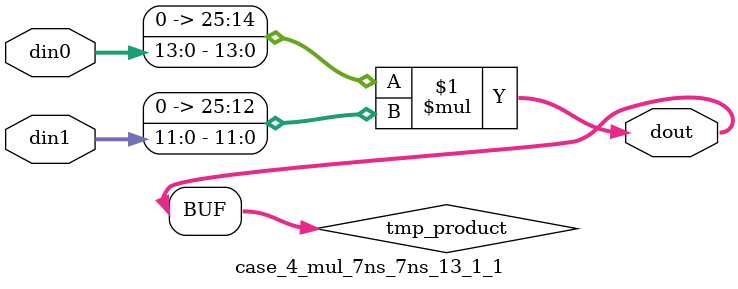
<source format=v>

`timescale 1 ns / 1 ps

 (* use_dsp = "no" *)  module case_4_mul_7ns_7ns_13_1_1(din0, din1, dout);
parameter ID = 1;
parameter NUM_STAGE = 0;
parameter din0_WIDTH = 14;
parameter din1_WIDTH = 12;
parameter dout_WIDTH = 26;

input [din0_WIDTH - 1 : 0] din0; 
input [din1_WIDTH - 1 : 0] din1; 
output [dout_WIDTH - 1 : 0] dout;

wire signed [dout_WIDTH - 1 : 0] tmp_product;
























assign tmp_product = $signed({1'b0, din0}) * $signed({1'b0, din1});











assign dout = tmp_product;





















endmodule

</source>
